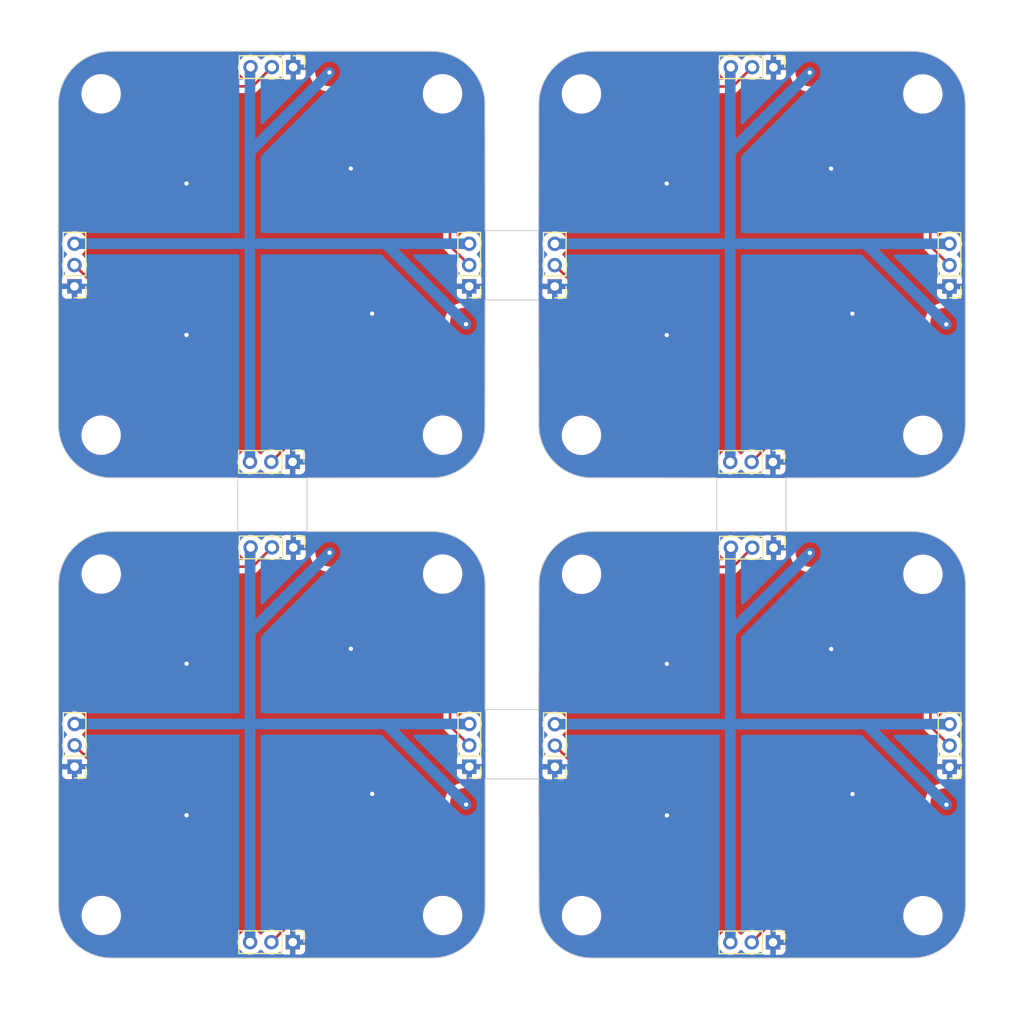
<source format=kicad_pcb>
(kicad_pcb (version 20221018) (generator pcbnew)
  (layers (0 "F.Cu" signal) (31 "B.Cu" signal) (34 "B.Paste" user) (35 "F.Paste" user) (36 "B.SilkS" user "B.Silkscreen") (37 "F.SilkS" user "F.Silkscreen") (38 "B.Mask" user) (39 "F.Mask" user) (44 "Edge.Cuts" user))
  (net 0 "")
  (net 1 "+5V")
  (net 2 "GND")
  (net 3 "N_S")
  (net 4 "E_S")
  (net 5 "S_S")
  (net 6 "W_S")
  (footprint "MountingHole:MountingHole_3.2mm_M3" (layer "F.Cu") (at 68.74 84.83)
    (fp_text reference "REF**" hide)
    (fp_text value "MountingHole_3.2mm_M3")
    (pad "" np_thru_hole circle (at 0 0) (size 3.2 3.2) (drill 3.2) (layers "*.Cu" "*.Mask"))
  )
  (footprint "Connector_PinHeader_2.00mm:PinHeader_1x03_P2.00mm_Vertical" (layer "F.Cu") (at 148.25 57.87 180)
    (fp_text reference "J402" hide)
    (fp_text value "Conn_01x03_Pin")
    (fp_line (start -1.06 -1.06) (end 0 -1.06) (stroke (width 0.12)) (layer "F.SilkS"))
    (fp_line (start -1.06 0) (end -1.06 -1.06) (stroke (width 0.12)) (layer "F.SilkS"))
    (fp_line (start -1.06 1) (end -1.06 5.06) (stroke (width 0.12)) (layer "F.SilkS"))
    (fp_line (start -1.06 1) (end 1.06 1) (stroke (width 0.12)) (layer "F.SilkS"))
    (fp_line (start -1.06 5.06) (end 1.06 5.06) (stroke (width 0.12)) (layer "F.SilkS"))
    (fp_line (start 1.06 1) (end 1.06 5.06) (stroke (width 0.12)) (layer "F.SilkS"))
    (pad "1" thru_hole rect (at 0 0 180) (size 1.35 1.35) (drill 0.8) (layers "*.Cu" "*.Mask") (net 2 "GND"))
    (pad "2" thru_hole oval (at 0 2 180) (size 1.35 1.35) (drill 0.8) (layers "*.Cu" "*.Mask") (net 4 "E_S"))
    (pad "3" thru_hole oval (at 0 4 180) (size 1.35 1.35) (drill 0.8) (layers "*.Cu" "*.Mask") (net 1 "+5V"))
  )
  (footprint "MountingHole:MountingHole_3.2mm_M3" (layer "F.Cu") (at 113.76 116.85)
    (fp_text reference "REF**" hide)
    (fp_text value "MountingHole_3.2mm_M3")
    (pad "" np_thru_hole circle (at 0 0) (size 3.2 3.2) (drill 3.2) (layers "*.Cu" "*.Mask"))
  )
  (footprint "LIB:Pogopin_pad" (layer "F.Cu") (at 147.86 95.45)
    (fp_text reference "J406" hide)
    (fp_text value "Pogopin_pad")
    (pad "1" smd circle (at 0 0) (size 2.8 2.8) (layers "F.Cu" "F.Paste" "F.Mask") (net 4 "E_S"))
  )
  (footprint "LIB:Pogopin_pad" (layer "F.Cu") (at 79.29 82.73)
    (fp_text reference "J405" hide)
    (fp_text value "Pogopin_pad")
    (pad "1" smd circle (at 0 0) (size 2.8 2.8) (layers "F.Cu" "F.Paste" "F.Mask") (net 3 "N_S"))
  )
  (footprint "LIB:Pogopin_pad" (layer "F.Cu") (at 90.18 37.71)
    (fp_text reference "J409" hide)
    (fp_text value "Pogopin_pad")
    (pad "1" smd circle (at 0 0) (size 2.8 2.8) (layers "F.Cu" "F.Paste" "F.Mask") (net 1 "+5V"))
  )
  (footprint "Connector_PinHeader_2.00mm:PinHeader_1x03_P2.00mm_Vertical" (layer "F.Cu") (at 111.26 102.9 180)
    (fp_text reference "J404" hide)
    (fp_text value "Conn_01x03_Pin")
    (fp_line (start -1.06 -1.06) (end 0 -1.06) (stroke (width 0.12)) (layer "F.SilkS"))
    (fp_line (start -1.06 0) (end -1.06 -1.06) (stroke (width 0.12)) (layer "F.SilkS"))
    (fp_line (start -1.06 1) (end -1.06 5.06) (stroke (width 0.12)) (layer "F.SilkS"))
    (fp_line (start -1.06 1) (end 1.06 1) (stroke (width 0.12)) (layer "F.SilkS"))
    (fp_line (start -1.06 5.06) (end 1.06 5.06) (stroke (width 0.12)) (layer "F.SilkS"))
    (fp_line (start 1.06 1) (end 1.06 5.06) (stroke (width 0.12)) (layer "F.SilkS"))
    (pad "1" thru_hole rect (at 0 0 180) (size 1.35 1.35) (drill 0.8) (layers "*.Cu" "*.Mask") (net 2 "GND"))
    (pad "2" thru_hole oval (at 0 2 180) (size 1.35 1.35) (drill 0.8) (layers "*.Cu" "*.Mask") (net 6 "W_S"))
    (pad "3" thru_hole oval (at 0 4 180) (size 1.35 1.35) (drill 0.8) (layers "*.Cu" "*.Mask") (net 1 "+5V"))
  )
  (footprint "LIB:Pogopin_pad" (layer "F.Cu") (at 66.64 95.48)
    (fp_text reference "J412" hide)
    (fp_text value "Pogopin_pad")
    (pad "1" smd circle (at 0 0) (size 2.8 2.8) (layers "F.Cu" "F.Paste" "F.Mask") (net 2 "GND"))
  )
  (footprint "LIB:Pogopin_pad" (layer "F.Cu") (at 66.63 61.31)
    (fp_text reference "J408" hide)
    (fp_text value "Pogopin_pad")
    (pad "1" smd circle (at 0 0) (size 2.8 2.8) (layers "F.Cu" "F.Paste" "F.Mask") (net 6 "W_S"))
  )
  (footprint "LIB:Pogopin_pad" (layer "F.Cu") (at 124.29 73.91)
    (fp_text reference "J411" hide)
    (fp_text value "Pogopin_pad")
    (pad "1" smd circle (at 0 0) (size 2.8 2.8) (layers "F.Cu" "F.Paste" "F.Mask") (net 2 "GND"))
  )
  (footprint "LIB:Pogopin_pad" (layer "F.Cu") (at 102.83 50.41)
    (fp_text reference "J406" hide)
    (fp_text value "Pogopin_pad")
    (pad "1" smd circle (at 0 0) (size 2.8 2.8) (layers "F.Cu" "F.Paste" "F.Mask") (net 4 "E_S"))
  )
  (footprint "LIB:Pogopin_pad" (layer "F.Cu") (at 147.85 50.42)
    (fp_text reference "J406" hide)
    (fp_text value "Pogopin_pad")
    (pad "1" smd circle (at 0 0) (size 2.8 2.8) (layers "F.Cu" "F.Paste" "F.Mask") (net 4 "E_S"))
  )
  (footprint "MountingHole:MountingHole_3.2mm_M3" (layer "F.Cu") (at 68.74 116.83)
    (fp_text reference "REF**" hide)
    (fp_text value "MountingHole_3.2mm_M3")
    (pad "" np_thru_hole circle (at 0 0) (size 3.2 3.2) (drill 3.2) (layers "*.Cu" "*.Mask"))
  )
  (footprint "Connector_PinHeader_2.00mm:PinHeader_1x03_P2.00mm_Vertical" (layer "F.Cu") (at 103.24 102.88 180)
    (fp_text reference "J402" hide)
    (fp_text value "Conn_01x03_Pin")
    (fp_line (start -1.06 -1.06) (end 0 -1.06) (stroke (width 0.12)) (layer "F.SilkS"))
    (fp_line (start -1.06 0) (end -1.06 -1.06) (stroke (width 0.12)) (layer "F.SilkS"))
    (fp_line (start -1.06 1) (end -1.06 5.06) (stroke (width 0.12)) (layer "F.SilkS"))
    (fp_line (start -1.06 1) (end 1.06 1) (stroke (width 0.12)) (layer "F.SilkS"))
    (fp_line (start -1.06 5.06) (end 1.06 5.06) (stroke (width 0.12)) (layer "F.SilkS"))
    (fp_line (start 1.06 1) (end 1.06 5.06) (stroke (width 0.12)) (layer "F.SilkS"))
    (pad "1" thru_hole rect (at 0 0 180) (size 1.35 1.35) (drill 0.8) (layers "*.Cu" "*.Mask") (net 2 "GND"))
    (pad "2" thru_hole oval (at 0 2 180) (size 1.35 1.35) (drill 0.8) (layers "*.Cu" "*.Mask") (net 4 "E_S"))
    (pad "3" thru_hole oval (at 0 4 180) (size 1.35 1.35) (drill 0.8) (layers "*.Cu" "*.Mask") (net 1 "+5V"))
  )
  (footprint "LIB:Pogopin_pad" (layer "F.Cu") (at 124.3 118.94)
    (fp_text reference "J411" hide)
    (fp_text value "Pogopin_pad")
    (pad "1" smd circle (at 0 0) (size 2.8 2.8) (layers "F.Cu" "F.Paste" "F.Mask") (net 2 "GND"))
  )
  (footprint "MountingHole:MountingHole_3.2mm_M3" (layer "F.Cu") (at 68.73 71.81)
    (fp_text reference "REF**" hide)
    (fp_text value "MountingHole_3.2mm_M3")
    (pad "" np_thru_hole circle (at 0 0) (size 3.2 3.2) (drill 3.2) (layers "*.Cu" "*.Mask"))
  )
  (footprint "LIB:Pogopin_pad" (layer "F.Cu") (at 90.14 118.93)
    (fp_text reference "J407" hide)
    (fp_text value "Pogopin_pad")
    (pad "1" smd circle (at 0 0) (size 2.8 2.8) (layers "F.Cu" "F.Paste" "F.Mask") (net 5 "S_S"))
  )
  (footprint "LIB:bridge" (layer "F.Cu") (at 109.73 52.63 -90)
    (fp_text reference "REF**" hide)
    (fp_text value "bridge")
    (pad "" np_thru_hole circle (at 0.4 0.3 270) (size 0.6 0.6) (drill 0.6) (layers "*.Cu" "*.Mask"))
    (pad "" np_thru_hole circle (at 0.4 4.7 270) (size 0.6 0.6) (drill 0.6) (layers "*.Cu" "*.Mask"))
    (pad "" np_thru_hole circle (at 1.2 0.3 270) (size 0.6 0.6) (drill 0.6) (layers "*.Cu" "*.Mask"))
    (pad "" np_thru_hole circle (at 1.2 4.7 270) (size 0.6 0.6) (drill 0.6) (layers "*.Cu" "*.Mask"))
    (pad "" np_thru_hole circle (at 2 0.3 270) (size 0.6 0.6) (drill 0.6) (layers "*.Cu" "*.Mask"))
    (pad "" np_thru_hole circle (at 2 4.7 270) (size 0.6 0.6) (drill 0.6) (layers "*.Cu" "*.Mask"))
    (pad "" np_thru_hole circle (at 2.8 0.3 270) (size 0.6 0.6) (drill 0.6) (layers "*.Cu" "*.Mask"))
    (pad "" np_thru_hole circle (at 2.8 4.7 270) (size 0.6 0.6) (drill 0.6) (layers "*.Cu" "*.Mask"))
    (pad "" np_thru_hole circle (at 3.6 0.3 270) (size 0.6 0.6) (drill 0.6) (layers "*.Cu" "*.Mask"))
    (pad "" np_thru_hole circle (at 3.6 4.7 270) (size 0.6 0.6) (drill 0.6) (layers "*.Cu" "*.Mask"))
    (pad "" np_thru_hole circle (at 4.4 0.3 270) (size 0.6 0.6) (drill 0.6) (layers "*.Cu" "*.Mask"))
    (pad "" np_thru_hole circle (at 4.4 4.7 270) (size 0.6 0.6) (drill 0.6) (layers "*.Cu" "*.Mask"))
    (pad "" np_thru_hole circle (at 5.2 0.3 270) (size 0.6 0.6) (drill 0.6) (layers "*.Cu" "*.Mask"))
    (pad "" np_thru_hole circle (at 5.2 4.7 270) (size 0.6 0.6) (drill 0.6) (layers "*.Cu" "*.Mask"))
    (pad "" np_thru_hole circle (at 6 0.3 270) (size 0.6 0.6) (drill 0.6) (layers "*.Cu" "*.Mask"))
    (pad "" np_thru_hole circle (at 6 4.7 270) (size 0.6 0.6) (drill 0.6) (layers "*.Cu" "*.Mask"))
  )
  (footprint "LIB:Pogopin_pad" (layer "F.Cu") (at 124.31 82.75)
    (fp_text reference "J405" hide)
    (fp_text value "Pogopin_pad")
    (pad "1" smd circle (at 0 0) (size 2.8 2.8) (layers "F.Cu" "F.Paste" "F.Mask") (net 3 "N_S"))
  )
  (footprint "MountingHole:MountingHole_3.2mm_M3" (layer "F.Cu") (at 145.75 71.82)
    (fp_text reference "REF**" hide)
    (fp_text value "MountingHole_3.2mm_M3" hide)
    (pad "" np_thru_hole circle (at 0 0) (size 3.2 3.2) (drill 3.2) (layers "*.Cu" "*.Mask"))
  )
  (footprint "MountingHole:MountingHole_3.2mm_M3" (layer "F.Cu") (at 113.75 71.82)
    (fp_text reference "REF**" hide)
    (fp_text value "MountingHole_3.2mm_M3")
    (pad "" np_thru_hole circle (at 0 0) (size 3.2 3.2) (drill 3.2) (layers "*.Cu" "*.Mask"))
  )
  (footprint "LIB:Pogopin_pad" (layer "F.Cu") (at 79.27 73.9)
    (fp_text reference "J411" hide)
    (fp_text value "Pogopin_pad")
    (pad "1" smd circle (at 0 0) (size 2.8 2.8) (layers "F.Cu" "F.Paste" "F.Mask") (net 2 "GND"))
  )
  (footprint "Connector_PinHeader_2.00mm:PinHeader_1x03_P2.00mm_Vertical" (layer "F.Cu") (at 86.68 74.31 -90)
    (fp_text reference "J403" hide)
    (fp_text value "Conn_01x03_Pin")
    (fp_line (start -1.06 -1.06) (end 0 -1.06) (stroke (width 0.12)) (layer "F.SilkS"))
    (fp_line (start -1.06 0) (end -1.06 -1.06) (stroke (width 0.12)) (layer "F.SilkS"))
    (fp_line (start -1.06 1) (end -1.06 5.06) (stroke (width 0.12)) (layer "F.SilkS"))
    (fp_line (start -1.06 1) (end 1.06 1) (stroke (width 0.12)) (layer "F.SilkS"))
    (fp_line (start -1.06 5.06) (end 1.06 5.06) (stroke (width 0.12)) (layer "F.SilkS"))
    (fp_line (start 1.06 1) (end 1.06 5.06) (stroke (width 0.12)) (layer "F.SilkS"))
    (pad "1" thru_hole rect (at 0 0 270) (size 1.35 1.35) (drill 0.8) (layers "*.Cu" "*.Mask") (net 2 "GND"))
    (pad "2" thru_hole oval (at 0 2 270) (size 1.35 1.35) (drill 0.8) (layers "*.Cu" "*.Mask") (net 5 "S_S"))
    (pad "3" thru_hole oval (at 0 4 270) (size 1.35 1.35) (drill 0.8) (layers "*.Cu" "*.Mask") (net 1 "+5V"))
  )
  (footprint "LIB:Pogopin_pad" (layer "F.Cu") (at 111.66 106.35)
    (fp_text reference "J408" hide)
    (fp_text value "Pogopin_pad")
    (pad "1" smd circle (at 0 0) (size 2.8 2.8) (layers "F.Cu" "F.Paste" "F.Mask") (net 6 "W_S"))
  )
  (footprint "MountingHole:MountingHole_3.2mm_M3" (layer "F.Cu") (at 68.73 39.81)
    (fp_text reference "REF**" hide)
    (fp_text value "MountingHole_3.2mm_M3")
    (pad "" np_thru_hole circle (at 0 0) (size 3.2 3.2) (drill 3.2) (layers "*.Cu" "*.Mask"))
  )
  (footprint "Connector_PinHeader_2.00mm:PinHeader_1x03_P2.00mm_Vertical" (layer "F.Cu") (at 131.75 37.32 -90)
    (fp_text reference "J401" hide)
    (fp_text value "Conn_01x03_Pin")
    (fp_line (start -1.06 -1.06) (end 0 -1.06) (stroke (width 0.12)) (layer "F.SilkS"))
    (fp_line (start -1.06 0) (end -1.06 -1.06) (stroke (width 0.12)) (layer "F.SilkS"))
    (fp_line (start -1.06 1) (end -1.06 5.06) (stroke (width 0.12)) (layer "F.SilkS"))
    (fp_line (start -1.06 1) (end 1.06 1) (stroke (width 0.12)) (layer "F.SilkS"))
    (fp_line (start -1.06 5.06) (end 1.06 5.06) (stroke (width 0.12)) (layer "F.SilkS"))
    (fp_line (start 1.06 1) (end 1.06 5.06) (stroke (width 0.12)) (layer "F.SilkS"))
    (pad "1" thru_hole rect (at 0 0 270) (size 1.35 1.35) (drill 0.8) (layers "*.Cu" "*.Mask") (net 2 "GND"))
    (pad "2" thru_hole oval (at 0 2 270) (size 1.35 1.35) (drill 0.8) (layers "*.Cu" "*.Mask") (net 3 "N_S"))
    (pad "3" thru_hole oval (at 0 4 270) (size 1.35 1.35) (drill 0.8) (layers "*.Cu" "*.Mask") (net 1 "+5V"))
  )
  (footprint "MountingHole:MountingHole_3.2mm_M3" (layer "F.Cu") (at 145.75 39.82)
    (fp_text reference "REF**" hide)
    (fp_text value "MountingHole_3.2mm_M3" hide)
    (pad "" np_thru_hole circle (at 0 0) (size 3.2 3.2) (drill 3.2) (layers "*.Cu" "*.Mask"))
  )
  (footprint "LIB:bridge" (layer "F.Cu") (at 81.53 75.83)
    (fp_text reference "REF**" hide)
    (fp_text value "bridge")
    (pad "" np_thru_hole circle (at 0.4 0.3) (size 0.6 0.6) (drill 0.6) (layers "F&B.Cu" "*.Mask"))
    (pad "" np_thru_hole circle (at 0.4 4.7) (size 0.6 0.6) (drill 0.6) (layers "F&B.Cu" "*.Mask"))
    (pad "" np_thru_hole circle (at 1.2 0.3) (size 0.6 0.6) (drill 0.6) (layers "F&B.Cu" "*.Mask"))
    (pad "" np_thru_hole circle (at 1.2 4.7) (size 0.6 0.6) (drill 0.6) (layers "F&B.Cu" "*.Mask"))
    (pad "" np_thru_hole circle (at 2 0.3) (size 0.6 0.6) (drill 0.6) (layers "F&B.Cu" "*.Mask"))
    (pad "" np_thru_hole circle (at 2 4.7) (size 0.6 0.6) (drill 0.6) (layers "F&B.Cu" "*.Mask"))
    (pad "" np_thru_hole circle (at 2.8 0.3) (size 0.6 0.6) (drill 0.6) (layers "F&B.Cu" "*.Mask"))
    (pad "" np_thru_hole circle (at 2.8 4.7) (size 0.6 0.6) (drill 0.6) (layers "F&B.Cu" "*.Mask"))
    (pad "" np_thru_hole circle (at 3.6 0.3) (size 0.6 0.6) (drill 0.6) (layers "F&B.Cu" "*.Mask"))
    (pad "" np_thru_hole circle (at 3.6 4.7) (size 0.6 0.6) (drill 0.6) (layers "F&B.Cu" "*.Mask"))
    (pad "" np_thru_hole circle (at 4.4 0.3) (size 0.6 0.6) (drill 0.6) (layers "F&B.Cu" "*.Mask"))
    (pad "" np_thru_hole circle (at 4.4 4.7) (size 0.6 0.6) (drill 0.6) (layers "F&B.Cu" "*.Mask"))
    (pad "" np_thru_hole circle (at 5.2 0.3) (size 0.6 0.6) (drill 0.6) (layers "F&B.Cu" "*.Mask"))
    (pad "" np_thru_hole circle (at 5.2 4.7) (size 0.6 0.6) (drill 0.6) (layers "F&B.Cu" "*.Mask"))
    (pad "" np_thru_hole circle (at 6 0.3) (size 0.6 0.6) (drill 0.6) (layers "F&B.Cu" "*.Mask"))
    (pad "" np_thru_hole circle (at 6 4.7) (size 0.6 0.6) (drill 0.6) (layers "F&B.Cu" "*.Mask"))
  )
  (footprint "LIB:Pogopin_pad" (layer "F.Cu") (at 135.2 37.72)
    (fp_text reference "J409" hide)
    (fp_text value "Pogopin_pad")
    (pad "1" smd circle (at 0 0) (size 2.8 2.8) (layers "F.Cu" "F.Paste" "F.Mask") (net 1 "+5V"))
  )
  (footprint "Connector_PinHeader_2.00mm:PinHeader_1x03_P2.00mm_Vertical" (layer "F.Cu") (at 86.74 82.33 -90)
    (fp_text reference "J401" hide)
    (fp_text value "Conn_01x03_Pin")
    (fp_line (start -1.06 -1.06) (end 0 -1.06) (stroke (width 0.12)) (layer "F.SilkS"))
    (fp_line (start -1.06 0) (end -1.06 -1.06) (stroke (width 0.12)) (layer "F.SilkS"))
    (fp_line (start -1.06 1) (end -1.06 5.06) (stroke (width 0.12)) (layer "F.SilkS"))
    (fp_line (start -1.06 1) (end 1.06 1) (stroke (width 0.12)) (layer "F.SilkS"))
    (fp_line (start -1.06 5.06) (end 1.06 5.06) (stroke (width 0.12)) (layer "F.SilkS"))
    (fp_line (start 1.06 1) (end 1.06 5.06) (stroke (width 0.12)) (layer "F.SilkS"))
    (pad "1" thru_hole rect (at 0 0 270) (size 1.35 1.35) (drill 0.8) (layers "*.Cu" "*.Mask") (net 2 "GND"))
    (pad "2" thru_hole oval (at 0 2 270) (size 1.35 1.35) (drill 0.8) (layers "*.Cu" "*.Mask") (net 3 "N_S"))
    (pad "3" thru_hole oval (at 0 4 270) (size 1.35 1.35) (drill 0.8) (layers "*.Cu" "*.Mask") (net 1 "+5V"))
  )
  (footprint "Connector_PinHeader_2.00mm:PinHeader_1x03_P2.00mm_Vertical" (layer "F.Cu") (at 131.71 119.35 -90)
    (fp_text reference "J403" hide)
    (fp_text value "Conn_01x03_Pin")
    (fp_line (start -1.06 -1.06) (end 0 -1.06) (stroke (width 0.12)) (layer "F.SilkS"))
    (fp_line (start -1.06 0) (end -1.06 -1.06) (stroke (width 0.12)) (layer "F.SilkS"))
    (fp_line (start -1.06 1) (end -1.06 5.06) (stroke (width 0.12)) (layer "F.SilkS"))
    (fp_line (start -1.06 1) (end 1.06 1) (stroke (width 0.12)) (layer "F.SilkS"))
    (fp_line (start -1.06 5.06) (end 1.06 5.06) (stroke (width 0.12)) (layer "F.SilkS"))
    (fp_line (start 1.06 1) (end 1.06 5.06) (stroke (width 0.12)) (layer "F.SilkS"))
    (pad "1" thru_hole rect (at 0 0 270) (size 1.35 1.35) (drill 0.8) (layers "*.Cu" "*.Mask") (net 2 "GND"))
    (pad "2" thru_hole oval (at 0 2 270) (size 1.35 1.35) (drill 0.8) (layers "*.Cu" "*.Mask") (net 5 "S_S"))
    (pad "3" thru_hole oval (at 0 4 270) (size 1.35 1.35) (drill 0.8) (layers "*.Cu" "*.Mask") (net 1 "+5V"))
  )
  (footprint "MountingHole:MountingHole_3.2mm_M3" (layer "F.Cu") (at 113.76 84.85)
    (fp_text reference "REF**" hide)
    (fp_text value "MountingHole_3.2mm_M3")
    (pad "" np_thru_hole circle (at 0 0) (size 3.2 3.2) (drill 3.2) (layers "*.Cu" "*.Mask"))
  )
  (footprint "LIB:Pogopin_pad" (layer "F.Cu") (at 90.13 73.91)
    (fp_text reference "J407" hide)
    (fp_text value "Pogopin_pad")
    (pad "1" smd circle (at 0 0) (size 2.8 2.8) (layers "F.Cu" "F.Paste" "F.Mask") (net 5 "S_S"))
  )
  (footprint "LIB:Pogopin_pad" (layer "F.Cu") (at 79.28 118.92)
    (fp_text reference "J411" hide)
    (fp_text value "Pogopin_pad")
    (pad "1" smd circle (at 0 0) (size 2.8 2.8) (layers "F.Cu" "F.Paste" "F.Mask") (net 2 "GND"))
  )
  (footprint "LIB:Pogopin_pad" (layer "F.Cu") (at 102.83 61.26)
    (fp_text reference "J410" hide)
    (fp_text value "Pogopin_pad")
    (pad "1" smd circle (at 0 0) (size 2.8 2.8) (layers "F.Cu" "F.Paste" "F.Mask") (net 1 "+5V"))
  )
  (footprint "LIB:Pogopin_pad" (layer "F.Cu") (at 135.21 82.75)
    (fp_text reference "J409" hide)
    (fp_text value "Pogopin_pad")
    (pad "1" smd circle (at 0 0) (size 2.8 2.8) (layers "F.Cu" "F.Paste" "F.Mask") (net 1 "+5V"))
  )
  (footprint "LIB:Pogopin_pad" (layer "F.Cu") (at 90.19 82.73)
    (fp_text reference "J409" hide)
    (fp_text value "Pogopin_pad")
    (pad "1" smd circle (at 0 0) (size 2.8 2.8) (layers "F.Cu" "F.Paste" "F.Mask") (net 1 "+5V"))
  )
  (footprint "LIB:Pogopin_pad" (layer "F.Cu") (at 66.64 106.33)
    (fp_text reference "J408" hide)
    (fp_text value "Pogopin_pad")
    (pad "1" smd circle (at 0 0) (size 2.8 2.8) (layers "F.Cu" "F.Paste" "F.Mask") (net 6 "W_S"))
  )
  (footprint "LIB:Pogopin_pad" (layer "F.Cu") (at 147.85 61.27)
    (fp_text reference "J410" hide)
    (fp_text value "Pogopin_pad")
    (pad "1" smd circle (at 0 0) (size 2.8 2.8) (layers "F.Cu" "F.Paste" "F.Mask") (net 1 "+5V"))
  )
  (footprint "LIB:Pogopin_pad" (layer "F.Cu") (at 111.65 50.47)
    (fp_text reference "J412" hide)
    (fp_text value "Pogopin_pad")
    (pad "1" smd circle (at 0 0) (size 2.8 2.8) (layers "F.Cu" "F.Paste" "F.Mask") (net 2 "GND"))
  )
  (footprint "Connector_PinHeader_2.00mm:PinHeader_1x03_P2.00mm_Vertical" (layer "F.Cu") (at 111.25 57.87 180)
    (fp_text reference "J404" hide)
    (fp_text value "Conn_01x03_Pin")
    (fp_line (start -1.06 -1.06) (end 0 -1.06) (stroke (width 0.12)) (layer "F.SilkS"))
    (fp_line (start -1.06 0) (end -1.06 -1.06) (stroke (width 0.12)) (layer "F.SilkS"))
    (fp_line (start -1.06 1) (end -1.06 5.06) (stroke (width 0.12)) (layer "F.SilkS"))
    (fp_line (start -1.06 1) (end 1.06 1) (stroke (width 0.12)) (layer "F.SilkS"))
    (fp_line (start -1.06 5.06) (end 1.06 5.06) (stroke (width 0.12)) (layer "F.SilkS"))
    (fp_line (start 1.06 1) (end 1.06 5.06) (stroke (width 0.12)) (layer "F.SilkS"))
    (pad "1" thru_hole rect (at 0 0 180) (size 1.35 1.35) (drill 0.8) (layers "*.Cu" "*.Mask") (net 2 "GND"))
    (pad "2" thru_hole oval (at 0 2 180) (size 1.35 1.35) (drill 0.8) (layers "*.Cu" "*.Mask") (net 6 "W_S"))
    (pad "3" thru_hole oval (at 0 4 180) (size 1.35 1.35) (drill 0.8) (layers "*.Cu" "*.Mask") (net 1 "+5V"))
  )
  (footprint "MountingHole:MountingHole_3.2mm_M3" (layer "F.Cu") (at 145.76 84.85)
    (fp_text reference "REF**" hide)
    (fp_text value "MountingHole_3.2mm_M3" hide)
    (pad "" np_thru_hole circle (at 0 0) (size 3.2 3.2) (drill 3.2) (layers "*.Cu" "*.Mask"))
  )
  (footprint "LIB:Pogopin_pad" (layer "F.Cu") (at 111.66 95.5)
    (fp_text reference "J412" hide)
    (fp_text value "Pogopin_pad")
    (pad "1" smd circle (at 0 0) (size 2.8 2.8) (layers "F.Cu" "F.Paste" "F.Mask") (net 2 "GND"))
  )
  (footprint "Connector_PinHeader_2.00mm:PinHeader_1x03_P2.00mm_Vertical" (layer "F.Cu") (at 103.23 57.86 180)
    (fp_text reference "J402" hide)
    (fp_text value "Conn_01x03_Pin")
    (fp_line (start -1.06 -1.06) (end 0 -1.06) (stroke (width 0.12)) (layer "F.SilkS"))
    (fp_line (start -1.06 0) (end -1.06 -1.06) (stroke (width 0.12)) (layer "F.SilkS"))
    (fp_line (start -1.06 1) (end -1.06 5.06) (stroke (width 0.12)) (layer "F.SilkS"))
    (fp_line (start -1.06 1) (end 1.06 1) (stroke (width 0.12)) (layer "F.SilkS"))
    (fp_line (start -1.06 5.06) (end 1.06 5.06) (stroke (width 0.12)) (layer "F.SilkS"))
    (fp_line (start 1.06 1) (end 1.06 5.06) (stroke (width 0.12)) (layer "F.SilkS"))
    (pad "1" thru_hole rect (at 0 0 180) (size 1.35 1.35) (drill 0.8) (layers "*.Cu" "*.Mask") (net 2 "GND"))
    (pad "2" thru_hole oval (at 0 2 180) (size 1.35 1.35) (drill 0.8) (layers "*.Cu" "*.Mask") (net 4 "E_S"))
    (pad "3" thru_hole oval (at 0 4 180) (size 1.35 1.35) (drill 0.8) (layers "*.Cu" "*.Mask") (net 1 "+5V"))
  )
  (footprint "Connector_PinHeader_2.00mm:PinHeader_1x03_P2.00mm_Vertical" (layer "F.Cu") (at 66.24 102.88 180)
    (fp_text reference "J404" hide)
    (fp_text value "Conn_01x03_Pin")
    (fp_line (start -1.06 -1.06) (end 0 -1.06) (stroke (width 0.12)) (layer "F.SilkS"))
    (fp_line (start -1.06 0) (end -1.06 -1.06) (stroke (width 0.12)) (layer "F.SilkS"))
    (fp_line (start -1.06 1) (end -1.06 5.06) (stroke (width 0.12)) (layer "F.SilkS"))
    (fp_line (start -1.06 1) (end 1.06 1) (stroke (width 0.12)) (layer "F.SilkS"))
    (fp_line (start -1.06 5.06) (end 1.06 5.06) (stroke (width 0.12)) (layer "F.SilkS"))
    (fp_line (start 1.06 1) (end 1.06 5.06) (stroke (width 0.12)) (layer "F.SilkS"))
    (pad "1" thru_hole rect (at 0 0 180) (size 1.35 1.35) (drill 0.8) (layers "*.Cu" "*.Mask") (net 2 "GND"))
    (pad "2" thru_hole oval (at 0 2 180) (size 1.35 1.35) (drill 0.8) (layers "*.Cu" "*.Mask") (net 6 "W_S"))
    (pad "3" thru_hole oval (at 0 4 180) (size 1.35 1.35) (drill 0.8) (layers "*.Cu" "*.Mask") (net 1 "+5V"))
  )
  (footprint "LIB:Pogopin_pad" (layer "F.Cu") (at 147.86 106.3)
    (fp_text reference "J410" hide)
    (fp_text value "Pogopin_pad")
    (pad "1" smd circle (at 0 0) (size 2.8 2.8) (layers "F.Cu" "F.Paste" "F.Mask") (net 1 "+5V"))
  )
  (footprint "LIB:Pogopin_pad" (layer "F.Cu") (at 111.65 61.32)
    (fp_text reference "J408" hide)
    (fp_text value "Pogopin_pad")
    (pad "1" smd circle (at 0 0) (size 2.8 2.8) (layers "F.Cu" "F.Paste" "F.Mask") (net 6 "W_S"))
  )
  (footprint "Connector_PinHeader_2.00mm:PinHeader_1x03_P2.00mm_Vertical" (layer "F.Cu") (at 86.73 37.31 -90)
    (fp_text reference "J401" hide)
    (fp_text value "Conn_01x03_Pin")
    (fp_line (start -1.06 -1.06) (end 0 -1.06) (stroke (width 0.12)) (layer "F.SilkS"))
    (fp_line (start -1.06 0) (end -1.06 -1.06) (stroke (width 0.12)) (layer "F.SilkS"))
    (fp_line (start -1.06 1) (end -1.06 5.06) (stroke (width 0.12)) (layer "F.SilkS"))
    (fp_line (start -1.06 1) (end 1.06 1) (stroke (width 0.12)) (layer "F.SilkS"))
    (fp_line (start -1.06 5.06) (end 1.06 5.06) (stroke (width 0.12)) (layer "F.SilkS"))
    (fp_line (start 1.06 1) (end 1.06 5.06) (stroke (width 0.12)) (layer "F.SilkS"))
    (pad "1" thru_hole rect (at 0 0 270) (size 1.35 1.35) (drill 0.8) (layers "*.Cu" "*.Mask") (net 2 "GND"))
    (pad "2" thru_hole oval (at 0 2 270) (size 1.35 1.35) (drill 0.8) (layers "*.Cu" "*.Mask") (net 3 "N_S"))
    (pad "3" thru_hole oval (at 0 4 270) (size 1.35 1.35) (drill 0.8) (layers "*.Cu" "*.Mask") (net 1 "+5V"))
  )
  (footprint "LIB:Pogopin_pad" (layer "F.Cu") (at 66.63 50.46)
    (fp_text reference "J412" hide)
    (fp_text value "Pogopin_pad")
    (pad "1" smd circle (at 0 0) (size 2.8 2.8) (layers "F.Cu" "F.Paste" "F.Mask") (net 2 "GND"))
  )
  (footprint "LIB:Pogopin_pad" (layer "F.Cu") (at 102.84 95.43)
    (fp_text reference "J406" hide)
    (fp_text value "Pogopin_pad")
    (pad "1" smd circle (at 0 0) (size 2.8 2.8) (layers "F.Cu" "F.Paste" "F.Mask") (net 4 "E_S"))
  )
  (footprint "LIB:bridge" (layer "F.Cu") (at 104.744466 104.015534 90)
    (fp_text reference "REF**" hide)
    (fp_text value "bridge")
    (pad "" np_thru_hole circle (at 0.4 0.3 90) (size 0.6 0.6) (drill 0.6) (layers "*.Cu" "*.Mask"))
    (pad "" np_thru_hole circle (at 0.4 4.7 90) (size 0.6 0.6) (drill 0.6) (layers "*.Cu" "*.Mask"))
    (pad "" np_thru_hole circle (at 1.2 0.3 90) (size 0.6 0.6) (drill 0.6) (layers "*.Cu" "*.Mask"))
    (pad "" np_thru_hole circle (at 1.2 4.7 90) (size 0.6 0.6) (drill 0.6) (layers "*.Cu" "*.Mask"))
    (pad "" np_thru_hole circle (at 2 0.3 90) (size 0.6 0.6) (drill 0.6) (layers "*.Cu" "*.Mask"))
    (pad "" np_thru_hole circle (at 2 4.7 90) (size 0.6 0.6) (drill 0.6) (layers "*.Cu" "*.Mask"))
    (pad "" np_thru_hole circle (at 2.8 0.3 90) (size 0.6 0.6) (drill 0.6) (layers "*.Cu" "*.Mask"))
    (pad "" np_thru_hole circle (at 2.8 4.7 90) (size 0.6 0.6) (drill 0.6) (layers "*.Cu" "*.Mask"))
    (pad "" np_thru_hole circle (at 3.6 0.3 90) (size 0.6 0.6) (drill 0.6) (layers "*.Cu" "*.Mask"))
    (pad "" np_thru_hole circle (at 3.6 4.7 90) (size 0.6 0.6) (drill 0.6) (layers "*.Cu" "*.Mask"))
    (pad "" np_thru_hole circle (at 4.4 0.3 90) (size 0.6 0.6) (drill 0.6) (layers "*.Cu" "*.Mask"))
    (pad "" np_thru_hole circle (at 4.4 4.7 90) (size 0.6 0.6) (drill 0.6) (layers "*.Cu" "*.Mask"))
    (pad "" np_thru_hole circle (at 5.2 0.3 90) (size 0.6 0.6) (drill 0.6) (layers "*.Cu" "*.Mask"))
    (pad "" np_thru_hole circle (at 5.2 4.7 90) (size 0.6 0.6) (drill 0.6) (layers "*.Cu" "*.Mask"))
    (pad "" np_thru_hole circle (at 6 0.3 90) (size 0.6 0.6) (drill 0.6) (layers "*.Cu" "*.Mask"))
    (pad "" np_thru_hole circle (at 6 4.7 90) (size 0.6 0.6) (drill 0.6) (layers "*.Cu" "*.Mask"))
  )
  (footprint "Connector_PinHeader_2.00mm:PinHeader_1x03_P2.00mm_Vertical" (layer "F.Cu") (at 86.69 119.33 -90)
    (fp_text reference "J403" hide)
    (fp_text value "Conn_01x03_Pin")
    (fp_line (start -1.06 -1.06) (end 0 -1.06) (stroke (width 0.12)) (layer "F.SilkS"))
    (fp_line (start -1.06 0) (end -1.06 -1.06) (stroke (width 0.12)) (layer "F.SilkS"))
    (fp_line (start -1.06 1) (end -1.06 5.06) (stroke (width 0.12)) (layer "F.SilkS"))
    (fp_line (start -1.06 1) (end 1.06 1) (stroke (width 0.12)) (layer "F.SilkS"))
    (fp_line (start -1.06 5.06) (end 1.06 5.06) (stroke (width 0.12)) (layer "F.SilkS"))
    (fp_line (start 1.06 1) (end 1.06 5.06) (stroke (width 0.12)) (layer "F.SilkS"))
    (pad "1" thru_hole rect (at 0 0 270) (size 1.35 1.35) (drill 0.8) (layers "*.Cu" "*.Mask") (net 2 "GND"))
    (pad "2" thru_hole oval (at 0 2 270) (size 1.35 1.35) (drill 0.8) (layers "*.Cu" "*.Mask") (net 5 "S_S"))
    (pad "3" thru_hole oval (at 0 4 270) (size 1.35 1.35) (drill 0.8) (layers "*.Cu" "*.Mask") (net 1 "+5V"))
  )
  (footprint "LIB:Pogopin_pad" (layer "F.Cu") (at 135.16 118.95)
    (fp_text reference "J407" hide)
    (fp_text value "Pogopin_pad")
    (pad "1" smd circle (at 0 0) (size 2.8 2.8) (layers "F.Cu" "F.Paste" "F.Mask") (net 5 "S_S"))
  )
  (footprint "LIB:bridge" (layer "F.Cu") (at 132.944466 80.815534 180)
    (fp_text reference "REF**" hide)
    (fp_text value "bridge")
    (pad "" np_thru_hole circle (at 0.4 0.3 180) (size 0.6 0.6) (drill 0.6) (layers "*.Cu" "*.Mask"))
    (pad "" np_thru_hole circle (at 0.4 4.7 180) (size 0.6 0.6) (drill 0.6) (layers "*.Cu" "*.Mask"))
    (pad "" np_thru_hole circle (at 1.2 0.3 180) (size 0.6 0.6) (drill 0.6) (layers "*.Cu" "*.Mask"))
    (pad "" np_thru_hole circle (at 1.2 4.7 180) (size 0.6 0.6) (drill 0.6) (layers "*.Cu" "*.Mask"))
    (pad "" np_thru_hole circle (at 2 0.3 180) (size 0.6 0.6) (drill 0.6) (layers "*.Cu" "*.Mask"))
    (pad "" np_thru_hole circle (at 2 4.7 180) (size 0.6 0.6) (drill 0.6) (layers "*.Cu" "*.Mask"))
    (pad "" np_thru_hole circle (at 2.8 0.3 180) (size 0.6 0.6) (drill 0.6) (layers "*.Cu" "*.Mask"))
    (pad "" np_thru_hole circle (at 2.8 4.7 180) (size 0.6 0.6) (drill 0.6) (layers "*.Cu" "*.Mask"))
    (pad "" np_thru_hole circle (at 3.6 0.3 180) (size 0.6 0.6) (drill 0.6) (layers "*.Cu" "*.Mask"))
    (pad "" np_thru_hole circle (at 3.6 4.7 180) (size 0.6 0.6) (drill 0.6) (layers "*.Cu" "*.Mask"))
    (pad "" np_thru_hole circle (at 4.4 0.3 180) (size 0.6 0.6) (drill 0.6) (layers "*.Cu" "*.Mask"))
    (pad "" np_thru_hole circle (at 4.4 4.7 180) (size 0.6 0.6) (drill 0.6) (layers "*.Cu" "*.Mask"))
    (pad "" np_thru_hole circle (at 5.2 0.3 180) (size 0.6 0.6) (drill 0.6) (layers "*.Cu" "*.Mask"))
    (pad "" np_thru_hole circle (at 5.2 4.7 180) (size 0.6 0.6) (drill 0.6) (layers "*.Cu" "*.Mask"))
    (pad "" np_thru_hole circle (at 6 0.3 180) (size 0.6 0.6) (drill 0.6) (layers "*.Cu" "*.Mask"))
    (pad "" np_thru_hole circle (at 6 4.7 180) (size 0.6 0.6) (drill 0.6) (layers "*.Cu" "*.Mask"))
  )
  (footprint "MountingHole:MountingHole_3.2mm_M3" (layer "F.Cu") (at 145.76 116.85)
    (fp_text reference "REF**" hide)
    (fp_text value "MountingHole_3.2mm_M3")
    (pad "" np_thru_hole circle (at 0 0) (size 3.2 3.2) (drill 3.2) (layers "*.Cu" "*.Mask"))
  )
  (footprint "MountingHole:MountingHole_3.2mm_M3" (layer "F.Cu") (at 100.73 71.81)
    (fp_text reference "REF**" hide)
    (fp_text value "MountingHole_3.2mm_M3")
    (pad "" np_thru_hole circle (at 0 0) (size 3.2 3.2) (drill 3.2) (layers "*.Cu" "*.Mask"))
  )
  (footprint "MountingHole:MountingHole_3.2mm_M3" (layer "F.Cu") (at 100.73 39.81)
    (fp_text reference "REF**" hide)
    (fp_text value "MountingHole_3.2mm_M3" hide)
    (pad "" np_thru_hole circle (at 0 0) (size 3.2 3.2) (drill 3.2) (layers "*.Cu" "*.Mask"))
  )
  (footprint "LIB:Pogopin_pad" (layer "F.Cu") (at 124.3 37.72)
    (fp_text reference "J405" hide)
    (fp_text value "Pogopin_pad")
    (pad "1" smd circle (at 0 0) (size 2.8 2.8) (layers "F.Cu" "F.Paste" "F.Mask") (net 3 "N_S"))
  )
  (footprint "LIB:Pogopin_pad" (layer "F.Cu") (at 135.15 73.92)
    (fp_text reference "J407" hide)
    (fp_text value "Pogopin_pad")
    (pad "1" smd circle (at 0 0) (size 2.8 2.8) (layers "F.Cu" "F.Paste" "F.Mask") (net 5 "S_S"))
  )
  (footprint "MountingHole:MountingHole_3.2mm_M3" (layer "F.Cu") (at 113.75 39.82)
    (fp_text reference "REF**" hide)
    (fp_text value "MountingHole_3.2mm_M3")
    (pad "" np_thru_hole circle (at 0 0) (size 3.2 3.2) (drill 3.2) (layers "*.Cu" "*.Mask"))
  )
  (footprint "MountingHole:MountingHole_3.2mm_M3" (layer "F.Cu") (at 100.74 116.83)
    (fp_text reference "REF**" hide)
    (fp_text value "MountingHole_3.2mm_M3")
    (pad "" np_thru_hole circle (at 0 0) (size 3.2 3.2) (drill 3.2) (layers "*.Cu" "*.Mask"))
  )
  (footprint "Connector_PinHeader_2.00mm:PinHeader_1x03_P2.00mm_Vertical" (layer "F.Cu") (at 131.7 74.32 -90)
    (fp_text reference "J403" hide)
    (fp_text value "Conn_01x03_Pin")
    (fp_line (start -1.06 -1.06) (end 0 -1.06) (stroke (width 0.12)) (layer "F.SilkS"))
    (fp_line (start -1.06 0) (end -1.06 -1.06) (stroke (width 0.12)) (layer "F.SilkS"))
    (fp_line (start -1.06 1) (end -1.06 5.06) (stroke (width 0.12)) (layer "F.SilkS"))
    (fp_line (start -1.06 1) (end 1.06 1) (stroke (width 0.12)) (layer "F.SilkS"))
    (fp_line (start -1.06 5.06) (end 1.06 5.06) (stroke (width 0.12)) (layer "F.SilkS"))
    (fp_line (start 1.06 1) (end 1.06 5.06) (stroke (width 0.12)) (layer "F.SilkS"))
    (pad "1" thru_hole rect (at 0 0 270) (size 1.35 1.35) (drill 0.8) (layers "*.Cu" "*.Mask") (net 2 "GND"))
    (pad "2" thru_hole oval (at 0 2 270) (size 1.35 1.35) (drill 0.8) (layers "*.Cu" "*.Mask") (net 5 "S_S"))
    (pad "3" thru_hole oval (at 0 4 270) (size 1.35 1.35) (drill 0.8) (layers "*.Cu" "*.Mask") (net 1 "+5V"))
  )
  (footprint "Connector_PinHeader_2.00mm:PinHeader_1x03_P2.00mm_Vertical" (layer "F.Cu") (at 131.76 82.35 -90)
    (fp_text reference "J401" hide)
    (fp_text value "Conn_01x03_Pin")
    (fp_line (start -1.06 -1.06) (end 0 -1.06) (stroke (width 0.12)) (layer "F.SilkS"))
    (fp_line (start -1.06 0) (end -1.06 -1.06) (stroke (width 0.12)) (layer "F.SilkS"))
    (fp_line (start -1.06 1) (end -1.06 5.06) (stroke (width 0.12)) (layer "F.SilkS"))
    (fp_line (start -1.06 1) (end 1.06 1) (stroke (width 0.12)) (layer "F.SilkS"))
    (fp_line (start -1.06 5.06) (end 1.06 5.06) (stroke (width 0.12)) (layer "F.SilkS"))
    (fp_line (start 1.06 1) (end 1.06 5.06) (stroke (width 0.12)) (layer "F.SilkS"))
    (pad "1" thru_hole rect (at 0 0 270) (size 1.35 1.35) (drill 0.8) (layers "*.Cu" "*.Mask") (net 2 "GND"))
    (pad "2" thru_hole oval (at 0 2 270) (size 1.35 1.35) (drill 0.8) (layers "*.Cu" "*.Mask") (net 3 "N_S"))
    (pad "3" thru_hole oval (at 0 4 270) (size 1.35 1.35) (drill 0.8) (layers "*.Cu" "*.Mask") (net 1 "+5V"))
  )
  (footprint "LIB:Pogopin_pad" (layer "F.Cu") (at 102.84 106.28)
    (fp_text reference "J410" hide)
    (fp_text value "Pogopin_pad")
    (pad "1" smd circle (at 0 0) (size 2.8 2.8) (layers "F.Cu" "F.Paste" "F.Mask") (net 1 "+5V"))
  )
  (footprint "MountingHole:MountingHole_3.2mm_M3" (layer "F.Cu") (at 100.74 84.83)
    (fp_text reference "REF**" hide)
    (fp_text value "MountingHole_3.2mm_M3" hide)
    (pad "" np_thru_hole circle (at 0 0) (size 3.2 3.2) (drill 3.2) (layers "*.Cu" "*.Mask"))
  )
  (footprint "LIB:Pogopin_pad" (layer "F.Cu") (at 79.28 37.71)
    (fp_text reference "J405" hide)
    (fp_text value "Pogopin_pad")
    (pad "1" smd circle (at 0 0) (size 2.8 2.8) (layers "F.Cu" "F.Paste" "F.Mask") (net 3 "N_S"))
  )
  (footprint "Connector_PinHeader_2.00mm:PinHeader_1x03_P2.00mm_Vertical" (layer "F.Cu") (at 148.26 102.9 180)
    (fp_text reference "J402" hide)
    (fp_text value "Conn_01x03_Pin" hide)
    (fp_line (start -1.06 -1.06) (end 0 -1.06) (stroke (width 0.12)) (layer "F.SilkS"))
    (fp_line (start -1.06 0) (end -1.06 -1.06) (stroke (width 0.12)) (layer "F.SilkS"))
    (fp_line (start -1.06 1) (end -1.06 5.06) (stroke (width 0.12)) (layer "F.SilkS"))
    (fp_line (start -1.06 1) (end 1.06 1) (stroke (width 0.12)) (layer "F.SilkS"))
    (fp_line (start -1.06 5.06) (end 1.06 5.06) (stroke (width 0.12)) (layer "F.SilkS"))
    (fp_line (start 1.06 1) (end 1.06 5.06) (stroke (width 0.12)) (layer "F.SilkS"))
    (pad "1" thru_hole rect (at 0 0 180) (size 1.35 1.35) (drill 0.8) (layers "*.Cu" "*.Mask") (net 2 "GND"))
    (pad "2" thru_hole oval (at 0 2 180) (size 1.35 1.35) (drill 0.8) (layers "*.Cu" "*.Mask") (net 4 "E_S"))
    (pad "3" thru_hole oval (at 0 4 180) (size 1.35 1.35) (drill 0.8) (layers "*.Cu" "*.Mask") (net 1 "+5V"))
  )
  (footprint "Connector_PinHeader_2.00mm:PinHeader_1x03_P2.00mm_Vertical" (layer "F.Cu") (at 66.23 57.86 180)
    (fp_text reference "J404" hide)
    (fp_text value "Conn_01x03_Pin")
    (fp_line (start -1.06 -1.06) (end 0 -1.06) (stroke (width 0.12)) (layer "F.SilkS"))
    (fp_line (start -1.06 0) (end -1.06 -1.06) (stroke (width 0.12)) (layer "F.SilkS"))
    (fp_line (start -1.06 1) (end -1.06 5.06) (stroke (width 0.12)) (layer "F.SilkS"))
    (fp_line (start -1.06 1) (end 1.06 1) (stroke (width 0.12)) (layer "F.SilkS"))
    (fp_line (start -1.06 5.06) (end 1.06 5.06) (stroke (width 0.12)) (layer "F.SilkS"))
    (fp_line (start 1.06 1) (end 1.06 5.06) (stroke (width 0.12)) (layer "F.SilkS"))
    (pad "1" thru_hole rect (at 0 0 180) (size 1.35 1.35) (drill 0.8) (layers "*.Cu" "*.Mask") (net 2 "GND"))
    (pad "2" thru_hole oval (at 0 2 180) (size 1.35 1.35) (drill 0.8) (layers "*.Cu" "*.Mask") (net 6 "W_S"))
    (pad "3" thru_hole oval (at 0 4 180) (size 1.35 1.35) (drill 0.8) (layers "*.Cu" "*.Mask") (net 1 "+5V"))
  )
  (gr_line (start 109.73 52.63) (end 109.744466 40.815534) (stroke (width 0.1)) (layer "Edge.Cuts"))
  (gr_line (start 104.73 52.63) (end 109.73 52.63) (stroke (width 0.1)) (layer "Edge.Cuts"))
  (gr_line (start 144.744466 35.815534) (end 114.744466 35.815534) (stroke (width 0.1)) (layer "Edge.Cuts"))
  (gr_arc (start 149.758932 115.83) (mid 148.294466 119.365534) (end 144.758932 120.83) (stroke (width 0.1)) (layer "Edge.Cuts"))
  (gr_arc (start 144.758932 80.83) (mid 148.294466 82.294466) (end 149.758932 85.83) (stroke (width 0.1)) (layer "Edge.Cuts"))
  (gr_line (start 99.715534 35.815534) (end 69.715534 35.815534) (stroke (width 0.1)) (layer "Edge.Cuts"))
  (gr_line (start 69.715534 75.815534) (end 81.53 75.815534) (stroke (width 0.1)) (layer "Edge.Cuts"))
  (gr_line (start 132.93 80.83) (end 132.93 75.83) (stroke (width 0.1)) (layer "Edge.Cuts"))
  (gr_line (start 104.715534 40.815534) (end 104.73 52.63) (stroke (width 0.1)) (layer "Edge.Cuts"))
  (gr_arc (start 64.715534 40.815534) (mid 66.18 37.28) (end 69.715534 35.815534) (stroke (width 0.1)) (layer "Edge.Cuts"))
  (gr_line (start 132.93 75.83) (end 144.744466 75.815534) (stroke (width 0.1)) (layer "Edge.Cuts"))
  (gr_arc (start 99.73 80.83) (mid 103.265534 82.294466) (end 104.73 85.83) (stroke (width 0.1)) (layer "Edge.Cuts"))
  (gr_arc (start 114.758932 120.83) (mid 111.223398 119.365534) (end 109.758932 115.83) (stroke (width 0.1)) (layer "Edge.Cuts"))
  (gr_line (start 109.73 97.53) (end 109.758932 85.83) (stroke (width 0.1)) (layer "Edge.Cuts"))
  (gr_line (start 149.758932 115.83) (end 149.758932 85.83) (stroke (width 0.1)) (layer "Edge.Cuts"))
  (gr_arc (start 99.715534 35.815534) (mid 103.251068 37.28) (end 104.715534 40.815534) (stroke (width 0.1)) (layer "Edge.Cuts"))
  (gr_arc (start 109.744466 40.815534) (mid 111.208932 37.28) (end 114.744466 35.815534) (stroke (width 0.1)) (layer "Edge.Cuts"))
  (gr_arc (start 69.73 120.83) (mid 66.194466 119.365534) (end 64.73 115.83) (stroke (width 0.1)) (layer "Edge.Cuts"))
  (gr_line (start 104.73 115.83) (end 104.73 104.03) (stroke (width 0.1)) (layer "Edge.Cuts"))
  (gr_line (start 114.758932 120.83) (end 144.758932 120.83) (stroke (width 0.1)) (layer "Edge.Cuts"))
  (gr_line (start 88.03 80.83) (end 99.73 80.83) (stroke (width 0.1)) (layer "Edge.Cuts"))
  (gr_arc (start 144.744466 35.815534) (mid 148.28 37.28) (end 149.744466 40.815534) (stroke (width 0.1)) (layer "Edge.Cuts"))
  (gr_line (start 144.758932 80.83) (end 132.93 80.83) (stroke (width 0.1)) (layer "Edge.Cuts"))
  (gr_arc (start 114.744466 75.815534) (mid 111.208932 74.351068) (end 109.744466 70.815534) (stroke (width 0.1)) (layer "Edge.Cuts"))
  (gr_line (start 104.715534 70.815534) (end 104.73 59.13) (stroke (width 0.1)) (layer "Edge.Cuts"))
  (gr_line (start 126.43 75.83) (end 114.744466 75.815534) (stroke (width 0.1)) (layer "Edge.Cuts"))
  (gr_arc (start 104.73 115.83) (mid 103.265534 119.365534) (end 99.73 120.83) (stroke (width 0.1)) (layer "Edge.Cuts"))
  (gr_line (start 69.73 120.83) (end 99.73 120.83) (stroke (width 0.1)) (layer "Edge.Cuts"))
  (gr_line (start 104.73 85.83) (end 104.73 97.53) (stroke (width 0.1)) (layer "Edge.Cuts"))
  (gr_line (start 104.73 104.03) (end 109.73 104.03) (stroke (width 0.1)) (layer "Edge.Cuts"))
  (gr_line (start 81.53 75.815534) (end 81.53 80.83) (stroke (width 0.1)) (layer "Edge.Cuts"))
  (gr_line (start 64.715534 40.815534) (end 64.715534 70.815534) (stroke (width 0.1)) (layer "Edge.Cuts"))
  (gr_arc (start 104.715534 70.815534) (mid 103.251068 74.351068) (end 99.715534 75.815534) (stroke (width 0.1)) (layer "Edge.Cuts"))
  (gr_line (start 109.73 59.13) (end 109.744466 70.815534) (stroke (width 0.1)) (layer "Edge.Cuts"))
  (gr_line (start 126.43 80.83) (end 126.43 75.83) (stroke (width 0.1)) (layer "Edge.Cuts"))
  (gr_line (start 99.715534 75.815534) (end 88.03 75.83) (stroke (width 0.1)) (layer "Edge.Cuts"))
  (gr_arc (start 109.758932 85.83) (mid 111.223398 82.294466) (end 114.758932 80.83) (stroke (width 0.1)) (layer "Edge.Cuts"))
  (gr_arc (start 64.73 85.83) (mid 66.194466 82.294466) (end 69.73 80.83) (stroke (width 0.1)) (layer "Edge.Cuts"))
  (gr_line (start 114.758932 80.83) (end 126.43 80.83) (stroke (width 0.1)) (layer "Edge.Cuts"))
  (gr_line (start 149.744466 70.815534) (end 149.744466 40.815534) (stroke (width 0.1)) (layer "Edge.Cuts"))
  (gr_arc (start 69.715534 75.815534) (mid 66.18 74.351068) (end 64.715534 70.815534) (stroke (width 0.1)) (layer "Edge.Cuts"))
  (gr_line (start 109.73 104.03) (end 109.758932 115.83) (stroke (width 0.1)) (layer "Edge.Cuts"))
  (gr_line (start 88.03 75.83) (end 88.03 80.83) (stroke (width 0.1)) (layer "Edge.Cuts"))
  (gr_line (start 81.53 80.83) (end 69.73 80.83) (stroke (width 0.1)) (layer "Edge.Cuts"))
  (gr_arc (start 149.744466 70.815534) (mid 148.28 74.351068) (end 144.744466 75.815534) (stroke (width 0.1)) (layer "Edge.Cuts"))
  (gr_line (start 104.73 97.53) (end 109.73 97.53) (stroke (width 0.1)) (layer "Edge.Cuts"))
  (gr_line (start 104.73 59.13) (end 109.73 59.13) (stroke (width 0.1)) (layer "Edge.Cuts"))
  (gr_line (start 64.73 85.83) (end 64.73 115.83) (stroke (width 0.1)) (layer "Edge.Cuts"))
  (via (at 147.96 106.45) (size 0.8) (drill 0.4) (layers "F.Cu" "B.Cu") (net 1))
  (via (at 90.14 82.83) (size 0.8) (drill 0.4) (layers "F.Cu" "B.Cu") (net 1))
  (via (at 90.13 37.81) (size 0.8) (drill 0.4) (layers "F.Cu" "B.Cu") (net 1))
  (via (at 135.15 37.82) (size 0.8) (drill 0.4) (layers "F.Cu" "B.Cu") (net 1))
  (via (at 147.95 61.42) (size 0.8) (drill 0.4) (layers "F.Cu" "B.Cu") (net 1))
  (via (at 102.93 61.41) (size 0.8) (drill 0.4) (layers "F.Cu" "B.Cu") (net 1))
  (via (at 135.16 82.85) (size 0.8) (drill 0.4) (layers "F.Cu" "B.Cu") (net 1))
  (via (at 102.94 106.43) (size 0.8) (drill 0.4) (layers "F.Cu" "B.Cu") (net 1))
  (segment (start 90.13 37.81) (end 82.68 45.26) (width 1) (layer "B.Cu") (net 1))
  (segment (start 127.71 119.35) (end 127.71 90.65) (width 1) (layer "B.Cu") (net 1))
  (segment (start 147.95 61.42) (end 140.55 54.02) (width 1) (layer "B.Cu") (net 1))
  (segment (start 102.94 106.43) (end 95.54 99.03) (width 1) (layer "B.Cu") (net 1))
  (segment (start 95.53 54.01) (end 95.53 53.86) (width 1) (layer "B.Cu") (net 1))
  (segment (start 66.23 53.86) (end 95.53 53.86) (width 1) (layer "B.Cu") (net 1))
  (segment (start 82.68 45.26) (end 82.68 45.61) (width 1) (layer "B.Cu") (net 1))
  (segment (start 95.54 99.03) (end 95.54 98.88) (width 1) (layer "B.Cu") (net 1))
  (segment (start 82.69 90.28) (end 82.69 90.63) (width 1) (layer "B.Cu") (net 1))
  (segment (start 66.24 98.88) (end 95.54 98.88) (width 1) (layer "B.Cu") (net 1))
  (segment (start 95.53 53.86) (end 103.23 53.86) (width 1) (layer "B.Cu") (net 1))
  (segment (start 82.69 90.63) (end 82.69 82.38) (width 1) (layer "B.Cu") (net 1))
  (segment (start 127.71 82.4) (end 127.76 82.35) (width 1) (layer "B.Cu") (net 1))
  (segment (start 127.7 74.32) (end 127.7 45.62) (width 1) (layer "B.Cu") (net 1))
  (segment (start 90.14 82.83) (end 82.69 90.28) (width 1) (layer "B.Cu") (net 1))
  (segment (start 147.96 106.45) (end 140.56 99.05) (width 1) (layer "B.Cu") (net 1))
  (segment (start 127.7 37.37) (end 127.75 37.32) (width 1) (layer "B.Cu") (net 1))
  (segment (start 127.7 45.62) (end 127.7 37.37) (width 1) (layer "B.Cu") (net 1))
  (segment (start 111.26 98.9) (end 140.56 98.9) (width 1) (layer "B.Cu") (net 1))
  (segment (start 140.56 99.05) (end 140.56 98.9) (width 1) (layer "B.Cu") (net 1))
  (segment (start 135.15 37.82) (end 127.7 45.27) (width 1) (layer "B.Cu") (net 1))
  (segment (start 135.16 82.85) (end 127.71 90.3) (width 1) (layer "B.Cu") (net 1))
  (segment (start 140.55 53.87) (end 148.25 53.87) (width 1) (layer "B.Cu") (net 1))
  (segment (start 82.69 119.33) (end 82.69 90.63) (width 1) (layer "B.Cu") (net 1))
  (segment (start 82.68 74.31) (end 82.68 45.61) (width 1) (layer "B.Cu") (net 1))
  (segment (start 82.68 37.36) (end 82.73 37.31) (width 1) (layer "B.Cu") (net 1))
  (segment (start 102.93 61.41) (end 95.53 54.01) (width 1) (layer "B.Cu") (net 1))
  (segment (start 82.68 45.61) (end 82.68 37.36) (width 1) (layer "B.Cu") (net 1))
  (segment (start 127.71 90.3) (end 127.71 90.65) (width 1) (layer "B.Cu") (net 1))
  (segment (start 111.25 53.87) (end 140.55 53.87) (width 1) (layer "B.Cu") (net 1))
  (segment (start 140.55 54.02) (end 140.55 53.87) (width 1) (layer "B.Cu") (net 1))
  (segment (start 127.71 90.65) (end 127.71 82.4) (width 1) (layer "B.Cu") (net 1))
  (segment (start 140.56 98.9) (end 148.26 98.9) (width 1) (layer "B.Cu") (net 1))
  (segment (start 95.54 98.88) (end 103.24 98.88) (width 1) (layer "B.Cu") (net 1))
  (segment (start 127.7 45.27) (end 127.7 45.62) (width 1) (layer "B.Cu") (net 1))
  (segment (start 82.69 82.38) (end 82.74 82.33) (width 1) (layer "B.Cu") (net 1))
  (via (at 121.76 93.25) (size 0.8) (drill 0.4) (layers "F.Cu" "B.Cu") (net 2))
  (via (at 121.76 107.45) (size 0.8) (drill 0.4) (layers "F.Cu" "B.Cu") (net 2))
  (via (at 121.75 62.42) (size 0.8) (drill 0.4) (layers "F.Cu" "B.Cu") (net 2))
  (via (at 94.14 105.43) (size 0.8) (drill 0.4) (layers "F.Cu" "B.Cu") (net 2))
  (via (at 76.73 48.21) (size 0.8) (drill 0.4) (layers "F.Cu" "B.Cu") (net 2))
  (via (at 94.13 60.41) (size 0.8) (drill 0.4) (layers "F.Cu" "B.Cu") (net 2))
  (via (at 76.74 93.23) (size 0.8) (drill 0.4) (layers "F.Cu" "B.Cu") (net 2))
  (via (at 139.16 105.45) (size 0.8) (drill 0.4) (layers "F.Cu" "B.Cu") (net 2))
  (via (at 137.16 91.85) (size 0.8) (drill 0.4) (layers "F.Cu" "B.Cu") (net 2))
  (via (at 121.75 48.22) (size 0.8) (drill 0.4) (layers "F.Cu" "B.Cu") (net 2))
  (via (at 76.73 62.41) (size 0.8) (drill 0.4) (layers "F.Cu" "B.Cu") (net 2))
  (via (at 76.74 107.43) (size 0.8) (drill 0.4) (layers "F.Cu" "B.Cu") (net 2))
  (via (at 92.14 91.83) (size 0.8) (drill 0.4) (layers "F.Cu" "B.Cu") (net 2))
  (via (at 139.15 60.42) (size 0.8) (drill 0.4) (layers "F.Cu" "B.Cu") (net 2))
  (via (at 137.15 46.82) (size 0.8) (drill 0.4) (layers "F.Cu" "B.Cu") (net 2))
  (via (at 92.13 46.81) (size 0.8) (drill 0.4) (layers "F.Cu" "B.Cu") (net 2))
  (segment (start 127.960001 84.149999) (end 125.709999 84.149999) (width 0.25) (layer "F.Cu") (net 3))
  (segment (start 82.940001 84.129999) (end 80.689999 84.129999) (width 0.25) (layer "F.Cu") (net 3))
  (segment (start 127.950001 39.119999) (end 125.699999 39.119999) (width 0.25) (layer "F.Cu") (net 3))
  (segment (start 80.679999 39.109999) (end 79.28 37.71) (width 0.25) (layer "F.Cu") (net 3))
  (segment (start 84.73 37.31) (end 82.930001 39.109999) (width 0.25) (layer "F.Cu") (net 3))
  (segment (start 129.76 82.35) (end 127.960001 84.149999) (width 0.25) (layer "F.Cu") (net 3))
  (segment (start 129.75 37.32) (end 127.950001 39.119999) (width 0.25) (layer "F.Cu") (net 3))
  (segment (start 80.689999 84.129999) (end 79.29 82.73) (width 0.25) (layer "F.Cu") (net 3))
  (segment (start 84.74 82.33) (end 82.940001 84.129999) (width 0.25) (layer "F.Cu") (net 3))
  (segment (start 125.709999 84.149999) (end 124.31 82.75) (width 0.25) (layer "F.Cu") (net 3))
  (segment (start 125.699999 39.119999) (end 124.3 37.72) (width 0.25) (layer "F.Cu") (net 3))
  (segment (start 82.930001 39.109999) (end 80.679999 39.109999) (width 0.25) (layer "F.Cu") (net 3))
  (segment (start 146.460001 99.100001) (end 146.460001 96.849999) (width 0.25) (layer "F.Cu") (net 4))
  (segment (start 148.26 100.9) (end 146.460001 99.100001) (width 0.25) (layer "F.Cu") (net 4))
  (segment (start 146.460001 96.849999) (end 147.86 95.45) (width 0.25) (layer "F.Cu") (net 4))
  (segment (start 103.23 55.86) (end 101.430001 54.060001) (width 0.25) (layer "F.Cu") (net 4))
  (segment (start 101.430001 54.060001) (end 101.430001 51.809999) (width 0.25) (layer "F.Cu") (net 4))
  (segment (start 101.440001 96.829999) (end 102.84 95.43) (width 0.25) (layer "F.Cu") (net 4))
  (segment (start 103.24 100.88) (end 101.440001 99.080001) (width 0.25) (layer "F.Cu") (net 4))
  (segment (start 148.25 55.87) (end 146.450001 54.070001) (width 0.25) (layer "F.Cu") (net 4))
  (segment (start 101.430001 51.809999) (end 102.83 50.41) (width 0.25) (layer "F.Cu") (net 4))
  (segment (start 146.450001 54.070001) (end 146.450001 51.819999) (width 0.25) (layer "F.Cu") (net 4))
  (segment (start 146.450001 51.819999) (end 147.85 50.42) (width 0.25) (layer "F.Cu") (net 4))
  (segment (start 101.440001 99.080001) (end 101.440001 96.829999) (width 0.25) (layer "F.Cu") (net 4))
  (segment (start 129.71 119.35) (end 131.509999 117.550001) (width 0.25) (layer "F.Cu") (net 5))
  (segment (start 84.68 74.31) (end 86.479999 72.510001) (width 0.25) (layer "F.Cu") (net 5))
  (segment (start 131.509999 117.550001) (end 133.760001 117.550001) (width 0.25) (layer "F.Cu") (net 5))
  (segment (start 88.740001 117.530001) (end 90.14 118.93) (width 0.25) (layer "F.Cu") (net 5))
  (segment (start 88.730001 72.510001) (end 90.13 73.91) (width 0.25) (layer "F.Cu") (net 5))
  (segment (start 133.760001 117.550001) (end 135.16 118.95) (width 0.25) (layer "F.Cu") (net 5))
  (segment (start 86.479999 72.510001) (end 88.730001 72.510001) (width 0.25) (layer "F.Cu") (net 5))
  (segment (start 86.489999 117.530001) (end 88.740001 117.530001) (width 0.25) (layer "F.Cu") (net 5))
  (segment (start 129.7 74.32) (end 131.499999 72.520001) (width 0.25) (layer "F.Cu") (net 5))
  (segment (start 84.69 119.33) (end 86.489999 117.530001) (width 0.25) (layer "F.Cu") (net 5))
  (segment (start 131.499999 72.520001) (end 133.750001 72.520001) (width 0.25) (layer "F.Cu") (net 5))
  (segment (start 133.750001 72.520001) (end 135.15 73.92) (width 0.25) (layer "F.Cu") (net 5))
  (segment (start 68.039999 102.679999) (end 68.039999 104.930001) (width 0.25) (layer "F.Cu") (net 6))
  (segment (start 113.059999 104.950001) (end 111.66 106.35) (width 0.25) (layer "F.Cu") (net 6))
  (segment (start 68.029999 59.910001) (end 66.63 61.31) (width 0.25) (layer "F.Cu") (net 6))
  (segment (start 68.029999 57.659999) (end 68.029999 59.910001) (width 0.25) (layer "F.Cu") (net 6))
  (segment (start 66.24 100.88) (end 68.039999 102.679999) (width 0.25) (layer "F.Cu") (net 6))
  (segment (start 111.25 55.87) (end 113.049999 57.669999) (width 0.25) (layer "F.Cu") (net 6))
  (segment (start 68.039999 104.930001) (end 66.64 106.33) (width 0.25) (layer "F.Cu") (net 6))
  (segment (start 113.049999 57.669999) (end 113.049999 59.920001) (width 0.25) (layer "F.Cu") (net 6))
  (segment (start 113.059999 102.699999) (end 113.059999 104.950001) (width 0.25) (layer "F.Cu") (net 6))
  (segment (start 66.23 55.86) (end 68.029999 57.659999) (width 0.25) (layer "F.Cu") (net 6))
  (segment (start 111.26 100.9) (end 113.059999 102.699999) (width 0.25) (layer "F.Cu") (net 6))
  (segment (start 113.049999 59.920001) (end 111.65 61.32) (width 0.25) (layer "F.Cu") (net 6))
  (zone (net 2) (net_name "GND") (layers "F&B.Cu") (connect_pads (clearance 0.5)) (min_thickness 0.25) (fill yes (thermal_gap 0.5) (thermal_bridge_width 0.5))
    (polygon (pts (xy 64.74 80.83) (xy 64.74 120.83) (xy 104.74 120.83) (xy 104.74 80.83)))
  )
  (zone (net 2) (net_name "GND") (layers "F&B.Cu") (connect_pads (clearance 0.5)) (min_thickness 0.25) (fill yes (thermal_gap 0.5) (thermal_bridge_width 0.5))
    (polygon (pts (xy 109.75 35.82) (xy 109.75 75.82) (xy 149.75 75.82) (xy 149.75 35.82)))
  )
  (zone (net 2) (net_name "GND") (layers "F&B.Cu") (connect_pads (clearance 0.5)) (min_thickness 0.25) (fill yes (thermal_gap 0.5) (thermal_bridge_width 0.5))
    (polygon (pts (xy 109.76 80.85) (xy 109.76 120.85) (xy 149.76 120.85) (xy 149.76 80.85)))
  )
  (zone (net 2) (net_name "GND") (layers "F&B.Cu") (connect_pads (clearance 0.5)) (min_thickness 0.25) (fill yes (thermal_gap 0.5) (thermal_bridge_width 0.5))
    (polygon (pts (xy 64.73 35.81) (xy 64.73 75.81) (xy 104.73 75.81) (xy 104.73 35.81)))
  )
)
</source>
